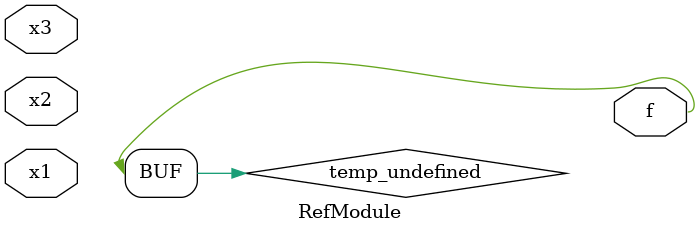
<source format=sv>

module RefModule (
  input x3,
  input x2,
  input x1,
  output f
);

  assign f = temp_undefined;

endmodule


</source>
